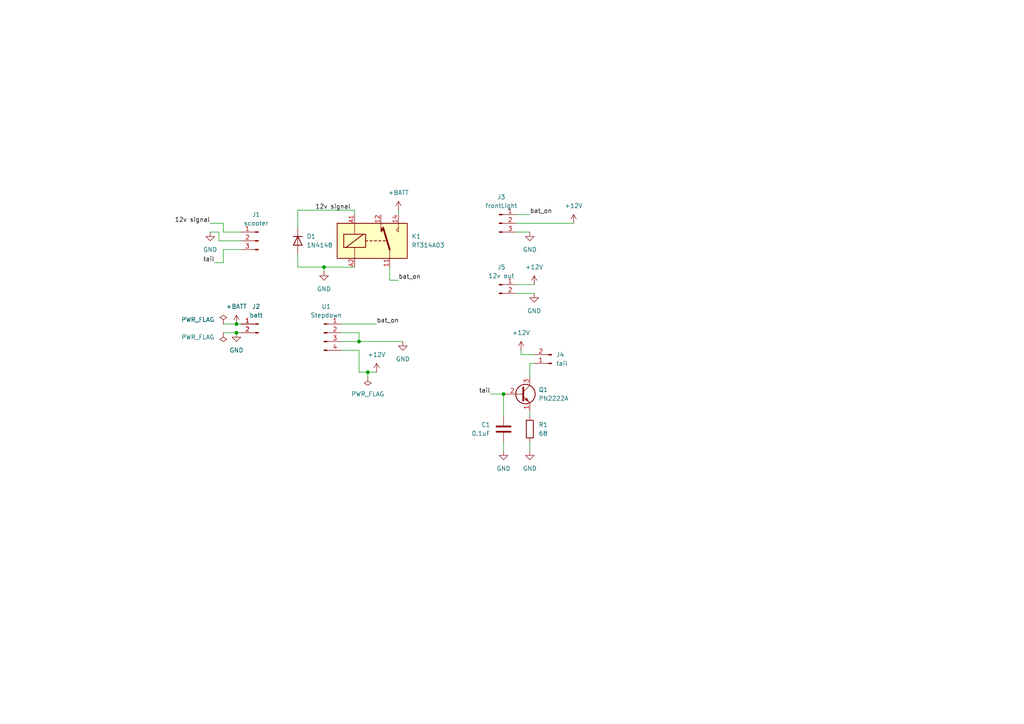
<source format=kicad_sch>
(kicad_sch (version 20211123) (generator eeschema)
  (paper "A4")
  (lib_symbols
    (symbol "Connector:Conn_01x02_Male" (pin_names (offset 1.016) hide)
      (property "Reference" "J" (at 0 2.54 0))
      (property "Value" "Conn_01x02_Male" (at 0 -5.08 0))
      (symbol "Conn_01x02_Male_1_1"
        (polyline (pts (xy 1.27 -2.54) (xy 0.8636 -2.54)) (stroke (width 0.1524)))
        (polyline (pts (xy 1.27 0) (xy 0.8636 0)) (stroke (width 0.1524)))
        (rectangle (start 0.8636 -2.413) (end 0 -2.667) (stroke (width 0.1524)) (fill (type outline)))
        (rectangle (start 0.8636 0.127) (end 0 -0.127) (stroke (width 0.1524)) (fill (type outline)))
        (pin passive line (at 5.08 0 180) (length 3.81) (name "Pin_1") (number "1"))
        (pin passive line (at 5.08 -2.54 180) (length 3.81) (name "Pin_2") (number "2"))
      )
    )
    (symbol "Connector:Conn_01x03_Male" (pin_names (offset 1.016) hide)
      (property "Reference" "J" (at 0 5.08 0))
      (property "Value" "Conn_01x03_Male" (at 0 -5.08 0))
      (symbol "Conn_01x03_Male_1_1"
        (polyline (pts (xy 1.27 -2.54) (xy 0.8636 -2.54)) (stroke (width 0.1524)))
        (polyline (pts (xy 1.27 0) (xy 0.8636 0)) (stroke (width 0.1524)))
        (polyline (pts (xy 1.27 2.54) (xy 0.8636 2.54)) (stroke (width 0.1524)))
        (rectangle (start 0.8636 -2.413) (end 0 -2.667) (stroke (width 0.1524)) (fill (type outline)))
        (rectangle (start 0.8636 0.127) (end 0 -0.127) (stroke (width 0.1524)) (fill (type outline)))
        (rectangle (start 0.8636 2.667) (end 0 2.413) (stroke (width 0.1524)) (fill (type outline)))
        (pin passive line (at 5.08 2.54 180) (length 3.81) (name "Pin_1") (number "1"))
        (pin passive line (at 5.08 0 180) (length 3.81) (name "Pin_2") (number "2"))
        (pin passive line (at 5.08 -2.54 180) (length 3.81) (name "Pin_3") (number "3"))
      )
    )
    (symbol "Connector:Conn_01x04_Male" (pin_names (offset 1.016) hide)
      (property "Reference" "J" (at 0 5.08 0))
      (property "Value" "Conn_01x04_Male" (at 0 -7.62 0))
      (symbol "Conn_01x04_Male_1_1"
        (polyline (pts (xy 1.27 -5.08) (xy 0.8636 -5.08)) (stroke (width 0.1524)))
        (polyline (pts (xy 1.27 -2.54) (xy 0.8636 -2.54)) (stroke (width 0.1524)))
        (polyline (pts (xy 1.27 0) (xy 0.8636 0)) (stroke (width 0.1524)))
        (polyline (pts (xy 1.27 2.54) (xy 0.8636 2.54)) (stroke (width 0.1524)))
        (rectangle (start 0.8636 -4.953) (end 0 -5.207) (stroke (width 0.1524)) (fill (type outline)))
        (rectangle (start 0.8636 -2.413) (end 0 -2.667) (stroke (width 0.1524)) (fill (type outline)))
        (rectangle (start 0.8636 0.127) (end 0 -0.127) (stroke (width 0.1524)) (fill (type outline)))
        (rectangle (start 0.8636 2.667) (end 0 2.413) (stroke (width 0.1524)) (fill (type outline)))
        (pin passive line (at 5.08 2.54 180) (length 3.81) (name "Pin_1") (number "1"))
        (pin passive line (at 5.08 0 180) (length 3.81) (name "Pin_2") (number "2"))
        (pin passive line (at 5.08 -2.54 180) (length 3.81) (name "Pin_3") (number "3"))
        (pin passive line (at 5.08 -5.08 180) (length 3.81) (name "Pin_4") (number "4"))
      )
    )
    (symbol "Device:C" (pin_numbers hide) (pin_names (offset 0.254))
      (property "Reference" "C" (at 0.635 2.54 0))
      (property "Value" "C" (at 0.635 -2.54 0))
      (symbol "C_0_1"
        (polyline (pts (xy -2.032 -0.762) (xy 2.032 -0.762)) (stroke (width 0.508)))
        (polyline (pts (xy -2.032 0.762) (xy 2.032 0.762)) (stroke (width 0.508)))
      )
      (symbol "C_1_1"
        (pin passive line (at 0 3.81 270) (length 2.794) (name "~") (number "1"))
        (pin passive line (at 0 -3.81 90) (length 2.794) (name "~") (number "2"))
      )
    )
    (symbol "Device:R" (pin_numbers hide) (pin_names (offset 0))
      (property "Reference" "R" (at 2.032 0 90))
      (property "Value" "R" (at 0 0 90))
      (symbol "R_0_1"
        (rectangle (start -1.016 -2.54) (end 1.016 2.54) (stroke (width 0.254)))
      )
      (symbol "R_1_1"
        (pin passive line (at 0 3.81 270) (length 1.27) (name "~") (number "1"))
        (pin passive line (at 0 -3.81 90) (length 1.27) (name "~") (number "2"))
      )
    )
    (symbol "Diode:1N4148" (pin_numbers hide) (pin_names (offset 1.016) hide)
      (property "Reference" "D" (at 0 2.54 0))
      (property "Value" "1N4148" (at 0 -2.54 0))
      (symbol "1N4148_0_1"
        (polyline (pts (xy -1.27 1.27) (xy -1.27 -1.27)) (stroke (width 0.254)))
        (polyline (pts (xy 1.27 0) (xy -1.27 0)))
        (polyline (pts (xy 1.27 1.27) (xy 1.27 -1.27) (xy -1.27 0) (xy 1.27 1.27)) (stroke (width 0.254)))
      )
      (symbol "1N4148_1_1"
        (pin passive line (at -3.81 0 0) (length 2.54) (name "K") (number "1"))
        (pin passive line (at 3.81 0 180) (length 2.54) (name "A") (number "2"))
      )
    )
    (symbol "Relay:RT314A03"
      (property "Reference" "K" (at 11.43 3.81 0))
      (property "Value" "RT314A03" (at 11.43 1.27 0))
      (symbol "RT314A03_0_0"
        (polyline (pts (xy -2.54 1.905) (xy -7.62 -1.905)) (stroke (width 0.254)))
      )
      (symbol "RT314A03_0_1"
        (rectangle (start -10.16 5.08) (end 10.16 -5.08) (stroke (width 0.254)) (fill (type background)))
        (rectangle (start -8.255 1.905) (end -1.905 -1.905) (stroke (width 0.254)))
        (polyline (pts (xy -5.08 -5.08) (xy -5.08 -1.905)))
        (polyline (pts (xy -5.08 5.08) (xy -5.08 1.905)))
        (polyline (pts (xy -1.905 0) (xy -1.27 0)) (stroke (width 0.254)))
        (polyline (pts (xy -0.635 0) (xy 0 0)) (stroke (width 0.254)))
        (polyline (pts (xy 0.635 0) (xy 1.27 0)) (stroke (width 0.254)))
        (polyline (pts (xy 1.905 0) (xy 2.54 0)) (stroke (width 0.254)))
        (polyline (pts (xy 3.175 0) (xy 3.81 0)) (stroke (width 0.254)))
        (polyline (pts (xy 5.08 -2.54) (xy 3.175 3.81)) (stroke (width 0.508)))
        (polyline (pts (xy 5.08 -2.54) (xy 5.08 -5.08)))
        (polyline (pts (xy 2.54 5.08) (xy 2.54 2.54) (xy 3.175 3.175) (xy 2.54 3.81)) (fill (type outline)))
        (polyline (pts (xy 7.62 5.08) (xy 7.62 2.54) (xy 6.985 3.175) (xy 7.62 3.81)))
      )
      (symbol "RT314A03_1_1"
        (pin passive line (at 5.08 -7.62 90) (length 2.54) (name "~") (number "11"))
        (pin passive line (at 2.54 7.62 270) (length 2.54) (name "~") (number "12"))
        (pin passive line (at 7.62 7.62 270) (length 2.54) (name "~") (number "14"))
        (pin passive line (at -5.08 7.62 270) (length 2.54) (name "~") (number "A1"))
        (pin passive line (at -5.08 -7.62 90) (length 2.54) (name "~") (number "A2"))
      )
    )
    (symbol "Transistor_BJT:PN2222A" (pin_names (offset 0) hide)
      (property "Reference" "Q" (at 5.08 1.905 0))
      (property "Value" "PN2222A" (at 5.08 0 0))
      (symbol "PN2222A_0_1"
        (polyline (pts (xy 0 0) (xy 0.635 0)))
        (polyline (pts (xy 2.54 -2.54) (xy 0.635 -0.635)))
        (polyline (pts (xy 2.54 2.54) (xy 0.635 0.635)))
        (polyline (pts (xy 0.635 1.905) (xy 0.635 -1.905) (xy 0.635 -1.905)) (stroke (width 0.508)))
        (polyline (pts (xy 2.413 -2.413) (xy 1.905 -1.905) (xy 1.905 -1.905)))
        (polyline (pts (xy 1.143 -1.651) (xy 1.651 -1.143) (xy 2.159 -2.159) (xy 1.143 -1.651) (xy 1.143 -1.651)) (fill (type outline)))
        (circle (center 1.27 0) (radius 2.8194) (stroke (width 0.254)))
      )
      (symbol "PN2222A_1_1"
        (pin passive line (at 2.54 -5.08 90) (length 2.54) (name "E") (number "1"))
        (pin input line (at -5.08 0 0) (length 5.08) (name "B") (number "2"))
        (pin passive line (at 2.54 5.08 270) (length 2.54) (name "C") (number "3"))
      )
    )
    (symbol "power:+12V" (power) (pin_names (offset 0))
      (property "Value" "+12V" (at 0 3.556 0))
      (symbol "+12V_0_1"
        (polyline (pts (xy -0.762 1.27) (xy 0 2.54)))
        (polyline (pts (xy 0 0) (xy 0 2.54)))
        (polyline (pts (xy 0 2.54) (xy 0.762 1.27)))
      )
      (symbol "+12V_1_1"
        (pin power_in line (at 0 0 90) (length 0) hide (name "+12V") (number "1"))
      )
    )
    (symbol "power:+BATT" (power) (pin_names (offset 0))
      (property "Value" "+BATT" (at 0 3.556 0))
      (symbol "+BATT_0_1"
        (polyline (pts (xy -0.762 1.27) (xy 0 2.54)))
        (polyline (pts (xy 0 0) (xy 0 2.54)))
        (polyline (pts (xy 0 2.54) (xy 0.762 1.27)))
      )
      (symbol "+BATT_1_1"
        (pin power_in line (at 0 0 90) (length 0) hide (name "+BATT") (number "1"))
      )
    )
    (symbol "power:GND" (power) (pin_names (offset 0))
      (property "Value" "GND" (at 0 -3.81 0))
      (symbol "GND_0_1"
        (polyline (pts (xy 0 0) (xy 0 -1.27) (xy 1.27 -1.27) (xy 0 -2.54) (xy -1.27 -1.27) (xy 0 -1.27)))
      )
      (symbol "GND_1_1"
        (pin power_in line (at 0 0 270) (length 0) hide (name "GND") (number "1"))
      )
    )
    (symbol "power:PWR_FLAG" (power) (pin_numbers hide) (pin_names (offset 0) hide)
      (property "Value" "PWR_FLAG" (at 0 3.81 0))
      (symbol "PWR_FLAG_0_0"
        (pin power_out line (at 0 0 90) (length 0) (name "pwr") (number "1"))
      )
      (symbol "PWR_FLAG_0_1"
        (polyline (pts (xy 0 0) (xy 0 1.27) (xy -1.016 1.905) (xy 0 2.54) (xy 1.016 1.905) (xy 0 1.27)))
      )
    )
  )
  (junction (at 68.58 93.98))
  (junction (at 93.98 77.47))
  (junction (at 104.14 99.06))
  (junction (at 106.68 107.95))
  (junction (at 68.58 96.52))
  (junction (at 146.05 114.3))
  (wire (pts (xy 64.77 67.31) (xy 64.77 64.77)))
  (wire (pts (xy 104.14 107.95) (xy 104.14 101.6)))
  (wire (pts (xy 69.85 67.31) (xy 64.77 67.31)))
  (wire (pts (xy 86.36 60.96) (xy 86.36 66.04)))
  (wire (pts (xy 93.98 77.47) (xy 86.36 77.47)))
  (wire (pts (xy 153.67 105.41) (xy 154.94 105.41)))
  (wire (pts (xy 146.05 128.27) (xy 146.05 130.81)))
  (wire (pts (xy 153.67 119.38) (xy 153.67 120.65)))
  (wire (pts (xy 115.57 60.96) (xy 115.57 62.23)))
  (wire (pts (xy 64.77 72.39) (xy 64.77 76.2)))
  (wire (pts (xy 149.86 82.55) (xy 154.94 82.55)))
  (wire (pts (xy 104.14 99.06) (xy 116.84 99.06)))
  (wire (pts (xy 68.58 93.98) (xy 69.85 93.98)))
  (wire (pts (xy 68.58 96.52) (xy 69.85 96.52)))
  (wire (pts (xy 93.98 77.47) (xy 93.98 78.74)))
  (wire (pts (xy 64.77 76.2) (xy 62.23 76.2)))
  (wire (pts (xy 149.86 62.23) (xy 153.67 62.23)))
  (wire (pts (xy 153.67 67.31) (xy 149.86 67.31)))
  (wire (pts (xy 102.87 77.47) (xy 93.98 77.47)))
  (wire (pts (xy 142.24 114.3) (xy 146.05 114.3)))
  (wire (pts (xy 102.87 60.96) (xy 86.36 60.96)))
  (wire (pts (xy 109.22 107.95) (xy 106.68 107.95)))
  (wire (pts (xy 63.5 69.85) (xy 63.5 67.31)))
  (wire (pts (xy 64.77 93.98) (xy 68.58 93.98)))
  (wire (pts (xy 86.36 73.66) (xy 86.36 77.47)))
  (wire (pts (xy 153.67 109.22) (xy 153.67 105.41)))
  (wire (pts (xy 64.77 96.52) (xy 68.58 96.52)))
  (wire (pts (xy 106.68 107.95) (xy 104.14 107.95)))
  (wire (pts (xy 99.06 96.52) (xy 104.14 96.52)))
  (wire (pts (xy 104.14 96.52) (xy 104.14 99.06)))
  (wire (pts (xy 102.87 62.23) (xy 102.87 60.96)))
  (wire (pts (xy 115.57 81.28) (xy 113.03 81.28)))
  (wire (pts (xy 146.05 114.3) (xy 146.05 120.65)))
  (wire (pts (xy 149.86 64.77) (xy 166.37 64.77)))
  (wire (pts (xy 149.86 85.09) (xy 154.94 85.09)))
  (wire (pts (xy 153.67 128.27) (xy 153.67 130.81)))
  (wire (pts (xy 99.06 99.06) (xy 104.14 99.06)))
  (wire (pts (xy 113.03 81.28) (xy 113.03 77.47)))
  (wire (pts (xy 69.85 72.39) (xy 64.77 72.39)))
  (wire (pts (xy 69.85 69.85) (xy 63.5 69.85)))
  (wire (pts (xy 151.13 101.6) (xy 151.13 102.87)))
  (wire (pts (xy 63.5 67.31) (xy 60.96 67.31)))
  (wire (pts (xy 151.13 102.87) (xy 154.94 102.87)))
  (wire (pts (xy 99.06 93.98) (xy 109.22 93.98)))
  (wire (pts (xy 104.14 101.6) (xy 99.06 101.6)))
  (wire (pts (xy 64.77 64.77) (xy 60.96 64.77)))
  (wire (pts (xy 106.68 107.95) (xy 106.68 109.22)))
  (label "12v signal" (at 60.96 64.77 180))
  (label "tail" (at 62.23 76.2 180))
  (label "bat_on" (at 115.57 81.28 0))
  (label "tail" (at 142.24 114.3 180))
  (label "12v signal" (at 91.44 60.96 0))
  (label "bat_on" (at 109.22 93.98 0))
  (label "bat_on" (at 153.67 62.23 0))
  (symbol (lib_id "power:+12V") (at 109.22 107.95 0) (unit 1)
    (property "Reference" "#PWR0113" (effects hide))
    (property "Value" "+12V" (at 109.22 102.87 0))
  )
  (symbol (lib_id "power:+BATT") (at 68.58 93.98 0) (mirror y) (unit 1)
    (property "Reference" "#PWR0101" (effects hide))
    (property "Value" "+BATT" (at 68.58 88.9 0))
  )
  (symbol (lib_id "Transistor_BJT:PN2222A") (at 151.13 114.3 0) (unit 1)
    (property "Reference" "Q1" (at 156.21 113.0299 0) (effects (justify left)))
    (property "Value" "PN2222A" (at 156.21 115.5699 0) (effects (justify left)))
    (property "Footprint" "Package_TO_SOT_THT:TO-92_Inline" (effects hide))
    (property "Datasheet" "https://www.onsemi.com/pub/Collateral/PN2222-D.PDF" (effects hide))
  )
  (symbol (lib_id "power:GND") (at 60.96 67.31 0) (mirror y) (unit 1)
    (property "Reference" "#PWR0102" (effects hide))
    (property "Value" "GND" (at 60.96 72.39 0))
  )
  (symbol (lib_id "Connector:Conn_01x03_Male") (at 144.78 64.77 0) (unit 1)
    (property "Reference" "J3" (at 145.415 57.15 0))
    (property "Value" "frontLight" (at 145.415 59.69 0))
    (property "Footprint" "Connector_PinHeader_2.54mm:PinHeader_1x03_P2.54mm_Vertical" (effects hide))
  )
  (symbol (lib_id "power:GND") (at 93.98 78.74 0) (unit 1)
    (property "Reference" "#PWR0104" (effects hide))
    (property "Value" "GND" (at 93.98 83.82 0))
  )
  (symbol (lib_id "Device:R") (at 153.67 124.46 0) (unit 1)
    (property "Reference" "R1" (at 156.21 123.1899 0) (effects (justify left)))
    (property "Value" "68" (at 156.21 125.7299 0) (effects (justify left)))
    (property "Footprint" "Resistor_THT:R_Axial_DIN0204_L3.6mm_D1.6mm_P2.54mm_Vertical" (effects hide))
  )
  (symbol (lib_id "power:PWR_FLAG") (at 64.77 93.98 0) (mirror y) (unit 1)
    (property "Reference" "#FLG0102" (effects hide))
    (property "Value" "PWR_FLAG" (at 62.23 92.7099 0) (effects (justify left)))
  )
  (symbol (lib_id "Diode:1N4148") (at 86.36 69.85 270) (unit 1)
    (property "Reference" "D1" (at 88.9 68.5799 90) (effects (justify left)))
    (property "Value" "1N4148" (at 88.9 71.1199 90) (effects (justify left)))
    (property "Footprint" "Diode_THT:D_DO-35_SOD27_P7.62mm_Horizontal" (effects hide))
    (property "Datasheet" "https://assets.nexperia.com/documents/data-sheet/1N4148_1N4448.pdf" (effects hide))
  )
  (symbol (lib_id "Connector:Conn_01x03_Male") (at 74.93 69.85 0) (mirror y) (unit 1)
    (property "Reference" "J1" (at 74.295 62.23 0))
    (property "Value" "scooter" (at 74.295 64.77 0))
    (property "Footprint" "Connector_PinHeader_2.54mm:PinHeader_1x03_P2.54mm_Vertical" (effects hide))
  )
  (symbol (lib_id "power:PWR_FLAG") (at 64.77 96.52 0) (mirror x) (unit 1)
    (property "Reference" "#FLG0101" (effects hide))
    (property "Value" "PWR_FLAG" (at 62.23 97.7899 0) (effects (justify right)))
  )
  (symbol (lib_id "power:GND") (at 146.05 130.81 0) (unit 1)
    (property "Reference" "#PWR0110" (effects hide))
    (property "Value" "GND" (at 146.05 135.89 0))
  )
  (symbol (lib_id "power:+12V") (at 154.94 82.55 0) (unit 1)
    (property "Reference" "#PWR0106" (effects hide))
    (property "Value" "+12V" (at 154.94 77.47 0))
  )
  (symbol (lib_id "Connector:Conn_01x02_Male") (at 160.02 105.41 180) (unit 1)
    (property "Reference" "J4" (at 161.29 102.8699 0) (effects (justify right)))
    (property "Value" "tail" (at 161.29 105.4099 0) (effects (justify right)))
    (property "Footprint" "Connector_PinHeader_2.54mm:PinHeader_1x02_P2.54mm_Vertical" (effects hide))
  )
  (symbol (lib_id "power:GND") (at 153.67 67.31 0) (unit 1)
    (property "Reference" "#PWR0108" (effects hide))
    (property "Value" "GND" (at 153.67 72.39 0))
  )
  (symbol (lib_id "power:+12V") (at 151.13 101.6 0) (unit 1)
    (property "Reference" "#PWR0112" (effects hide))
    (property "Value" "+12V" (at 151.13 96.52 0))
  )
  (symbol (lib_id "power:GND") (at 68.58 96.52 0) (mirror y) (unit 1)
    (property "Reference" "#PWR0103" (effects hide))
    (property "Value" "GND" (at 68.58 101.6 0))
  )
  (symbol (lib_id "Connector:Conn_01x02_Male") (at 144.78 82.55 0) (unit 1)
    (property "Reference" "J5" (at 145.415 77.47 0))
    (property "Value" "12v out" (at 145.415 80.01 0))
    (property "Footprint" "Connector_PinHeader_2.54mm:PinHeader_1x02_P2.54mm_Vertical" (effects hide))
  )
  (symbol (lib_id "Relay:RT314A03") (at 107.95 69.85 0) (unit 1)
    (property "Reference" "K1" (at 119.38 68.5799 0) (effects (justify left)))
    (property "Value" "RT314A03" (at 119.38 71.1199 0) (effects (justify left)))
    (property "Footprint" "Relay_THT:Relay_SPDT_Schrack-RT1-16A-FormC_RM5mm" (effects hide))
    (property "Datasheet" "https://www.te.com/commerce/DocumentDelivery/DDEController?Action=srchrtrv&DocNm=RT1_bistable&DocType=DS&DocLang=English" (effects hide))
  )
  (symbol (lib_id "power:+12V") (at 166.37 64.77 0) (unit 1)
    (property "Reference" "#PWR0109" (effects hide))
    (property "Value" "+12V" (at 166.37 59.69 0))
  )
  (symbol (lib_id "power:PWR_FLAG") (at 106.68 109.22 180) (unit 1)
    (property "Reference" "#FLG0103" (effects hide))
    (property "Value" "PWR_FLAG" (at 106.68 114.3 0))
  )
  (symbol (lib_id "Connector:Conn_01x04_Male") (at 93.98 96.52 0) (unit 1)
    (property "Reference" "U1" (at 94.615 88.9 0))
    (property "Value" "Stepdown" (at 94.615 91.44 0))
    (property "Footprint" "stepdown:DSN2596" (effects hide))
  )
  (symbol (lib_id "Device:C") (at 146.05 124.46 0) (mirror x) (unit 1)
    (property "Reference" "C1" (at 142.24 123.1899 0) (effects (justify right)))
    (property "Value" "0.1uF" (at 142.24 125.7299 0) (effects (justify right)))
    (property "Footprint" "Capacitor_THT:C_Disc_D3.4mm_W2.1mm_P2.50mm" (effects hide))
  )
  (symbol (lib_id "power:GND") (at 153.67 130.81 0) (unit 1)
    (property "Reference" "#PWR0111" (effects hide))
    (property "Value" "GND" (at 153.67 135.89 0))
  )
  (symbol (lib_id "power:GND") (at 116.84 99.06 0) (unit 1)
    (property "Reference" "#PWR0114" (effects hide))
    (property "Value" "GND" (at 116.84 104.14 0))
  )
  (symbol (lib_id "power:GND") (at 154.94 85.09 0) (unit 1)
    (property "Reference" "#PWR0107" (effects hide))
    (property "Value" "GND" (at 154.94 90.17 0))
  )
  (symbol (lib_id "Connector:Conn_01x02_Male") (at 74.93 93.98 0) (mirror y) (unit 1)
    (property "Reference" "J2" (at 74.295 88.9 0))
    (property "Value" "batt" (at 74.295 91.44 0))
    (property "Footprint" "Connector_PinHeader_2.54mm:PinHeader_1x02_P2.54mm_Vertical" (effects hide))
  )
  (symbol (lib_id "power:+BATT") (at 115.57 60.96 0) (unit 1)
    (property "Reference" "#PWR0105" (effects hide))
    (property "Value" "+BATT" (at 115.57 55.88 0))
  )
)
</source>
